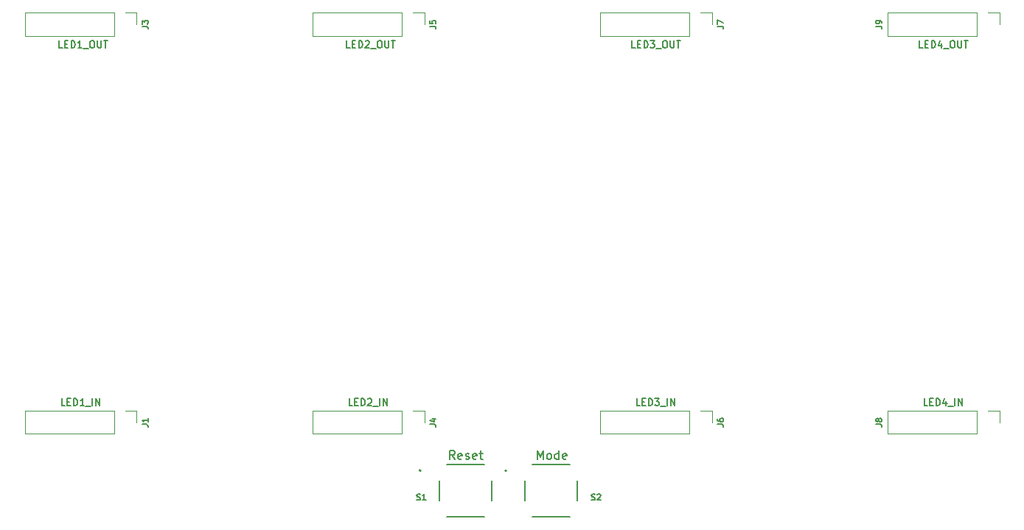
<source format=gto>
%TF.GenerationSoftware,KiCad,Pcbnew,(5.99.0-11177-g6c67dfa032)*%
%TF.CreationDate,2021-07-15T10:53:03+10:00*%
%TF.ProjectId,4x8x8 LED Matrix Clock,34783878-3820-44c4-9544-204d61747269,rev?*%
%TF.SameCoordinates,Original*%
%TF.FileFunction,Legend,Top*%
%TF.FilePolarity,Positive*%
%FSLAX46Y46*%
G04 Gerber Fmt 4.6, Leading zero omitted, Abs format (unit mm)*
G04 Created by KiCad (PCBNEW (5.99.0-11177-g6c67dfa032)) date 2021-07-15 10:53:03*
%MOMM*%
%LPD*%
G01*
G04 APERTURE LIST*
%ADD10C,0.150000*%
%ADD11C,0.127000*%
%ADD12C,0.200000*%
%ADD13C,0.120000*%
G04 APERTURE END LIST*
D10*
X136001333Y-102560380D02*
X136001333Y-101560380D01*
X136334666Y-102274666D01*
X136668000Y-101560380D01*
X136668000Y-102560380D01*
X137287047Y-102560380D02*
X137191809Y-102512761D01*
X137144190Y-102465142D01*
X137096571Y-102369904D01*
X137096571Y-102084190D01*
X137144190Y-101988952D01*
X137191809Y-101941333D01*
X137287047Y-101893714D01*
X137429904Y-101893714D01*
X137525142Y-101941333D01*
X137572761Y-101988952D01*
X137620380Y-102084190D01*
X137620380Y-102369904D01*
X137572761Y-102465142D01*
X137525142Y-102512761D01*
X137429904Y-102560380D01*
X137287047Y-102560380D01*
X138477523Y-102560380D02*
X138477523Y-101560380D01*
X138477523Y-102512761D02*
X138382285Y-102560380D01*
X138191809Y-102560380D01*
X138096571Y-102512761D01*
X138048952Y-102465142D01*
X138001333Y-102369904D01*
X138001333Y-102084190D01*
X138048952Y-101988952D01*
X138096571Y-101941333D01*
X138191809Y-101893714D01*
X138382285Y-101893714D01*
X138477523Y-101941333D01*
X139334666Y-102512761D02*
X139239428Y-102560380D01*
X139048952Y-102560380D01*
X138953714Y-102512761D01*
X138906095Y-102417523D01*
X138906095Y-102036571D01*
X138953714Y-101941333D01*
X139048952Y-101893714D01*
X139239428Y-101893714D01*
X139334666Y-101941333D01*
X139382285Y-102036571D01*
X139382285Y-102131809D01*
X138906095Y-102227047D01*
X126523904Y-102560380D02*
X126190571Y-102084190D01*
X125952476Y-102560380D02*
X125952476Y-101560380D01*
X126333428Y-101560380D01*
X126428666Y-101608000D01*
X126476285Y-101655619D01*
X126523904Y-101750857D01*
X126523904Y-101893714D01*
X126476285Y-101988952D01*
X126428666Y-102036571D01*
X126333428Y-102084190D01*
X125952476Y-102084190D01*
X127333428Y-102512761D02*
X127238190Y-102560380D01*
X127047714Y-102560380D01*
X126952476Y-102512761D01*
X126904857Y-102417523D01*
X126904857Y-102036571D01*
X126952476Y-101941333D01*
X127047714Y-101893714D01*
X127238190Y-101893714D01*
X127333428Y-101941333D01*
X127381047Y-102036571D01*
X127381047Y-102131809D01*
X126904857Y-102227047D01*
X127762000Y-102512761D02*
X127857238Y-102560380D01*
X128047714Y-102560380D01*
X128142952Y-102512761D01*
X128190571Y-102417523D01*
X128190571Y-102369904D01*
X128142952Y-102274666D01*
X128047714Y-102227047D01*
X127904857Y-102227047D01*
X127809619Y-102179428D01*
X127762000Y-102084190D01*
X127762000Y-102036571D01*
X127809619Y-101941333D01*
X127904857Y-101893714D01*
X128047714Y-101893714D01*
X128142952Y-101941333D01*
X129000095Y-102512761D02*
X128904857Y-102560380D01*
X128714380Y-102560380D01*
X128619142Y-102512761D01*
X128571523Y-102417523D01*
X128571523Y-102036571D01*
X128619142Y-101941333D01*
X128714380Y-101893714D01*
X128904857Y-101893714D01*
X129000095Y-101941333D01*
X129047714Y-102036571D01*
X129047714Y-102131809D01*
X128571523Y-102227047D01*
X129333428Y-101893714D02*
X129714380Y-101893714D01*
X129476285Y-101560380D02*
X129476285Y-102417523D01*
X129523904Y-102512761D01*
X129619142Y-102560380D01*
X129714380Y-102560380D01*
%TO.C,S2*%
X142214666Y-107217333D02*
X142314666Y-107250666D01*
X142481333Y-107250666D01*
X142548000Y-107217333D01*
X142581333Y-107184000D01*
X142614666Y-107117333D01*
X142614666Y-107050666D01*
X142581333Y-106984000D01*
X142548000Y-106950666D01*
X142481333Y-106917333D01*
X142348000Y-106884000D01*
X142281333Y-106850666D01*
X142248000Y-106817333D01*
X142214666Y-106750666D01*
X142214666Y-106684000D01*
X142248000Y-106617333D01*
X142281333Y-106584000D01*
X142348000Y-106550666D01*
X142514666Y-106550666D01*
X142614666Y-106584000D01*
X142881333Y-106617333D02*
X142914666Y-106584000D01*
X142981333Y-106550666D01*
X143148000Y-106550666D01*
X143214666Y-106584000D01*
X143248000Y-106617333D01*
X143281333Y-106684000D01*
X143281333Y-106750666D01*
X143248000Y-106850666D01*
X142848000Y-107250666D01*
X143281333Y-107250666D01*
%TO.C,S1*%
X122148666Y-107217333D02*
X122248666Y-107250666D01*
X122415333Y-107250666D01*
X122482000Y-107217333D01*
X122515333Y-107184000D01*
X122548666Y-107117333D01*
X122548666Y-107050666D01*
X122515333Y-106984000D01*
X122482000Y-106950666D01*
X122415333Y-106917333D01*
X122282000Y-106884000D01*
X122215333Y-106850666D01*
X122182000Y-106817333D01*
X122148666Y-106750666D01*
X122148666Y-106684000D01*
X122182000Y-106617333D01*
X122215333Y-106584000D01*
X122282000Y-106550666D01*
X122448666Y-106550666D01*
X122548666Y-106584000D01*
X123215333Y-107250666D02*
X122815333Y-107250666D01*
X123015333Y-107250666D02*
X123015333Y-106550666D01*
X122948666Y-106650666D01*
X122882000Y-106717333D01*
X122815333Y-106750666D01*
%TO.C,J9*%
X174876666Y-52760533D02*
X175376666Y-52760533D01*
X175476666Y-52793866D01*
X175543333Y-52860533D01*
X175576666Y-52960533D01*
X175576666Y-53027200D01*
X175576666Y-52393866D02*
X175576666Y-52260533D01*
X175543333Y-52193866D01*
X175510000Y-52160533D01*
X175410000Y-52093866D01*
X175276666Y-52060533D01*
X175010000Y-52060533D01*
X174943333Y-52093866D01*
X174910000Y-52127200D01*
X174876666Y-52193866D01*
X174876666Y-52327200D01*
X174910000Y-52393866D01*
X174943333Y-52427200D01*
X175010000Y-52460533D01*
X175176666Y-52460533D01*
X175243333Y-52427200D01*
X175276666Y-52393866D01*
X175310000Y-52327200D01*
X175310000Y-52193866D01*
X175276666Y-52127200D01*
X175243333Y-52093866D01*
X175176666Y-52060533D01*
X180283142Y-55225904D02*
X179902190Y-55225904D01*
X179902190Y-54425904D01*
X180549809Y-54806857D02*
X180816476Y-54806857D01*
X180930761Y-55225904D02*
X180549809Y-55225904D01*
X180549809Y-54425904D01*
X180930761Y-54425904D01*
X181273619Y-55225904D02*
X181273619Y-54425904D01*
X181464095Y-54425904D01*
X181578380Y-54464000D01*
X181654571Y-54540190D01*
X181692666Y-54616380D01*
X181730761Y-54768761D01*
X181730761Y-54883047D01*
X181692666Y-55035428D01*
X181654571Y-55111619D01*
X181578380Y-55187809D01*
X181464095Y-55225904D01*
X181273619Y-55225904D01*
X182416476Y-54692571D02*
X182416476Y-55225904D01*
X182226000Y-54387809D02*
X182035523Y-54959238D01*
X182530761Y-54959238D01*
X182645047Y-55302095D02*
X183254571Y-55302095D01*
X183597428Y-54425904D02*
X183749809Y-54425904D01*
X183826000Y-54464000D01*
X183902190Y-54540190D01*
X183940285Y-54692571D01*
X183940285Y-54959238D01*
X183902190Y-55111619D01*
X183826000Y-55187809D01*
X183749809Y-55225904D01*
X183597428Y-55225904D01*
X183521238Y-55187809D01*
X183445047Y-55111619D01*
X183406952Y-54959238D01*
X183406952Y-54692571D01*
X183445047Y-54540190D01*
X183521238Y-54464000D01*
X183597428Y-54425904D01*
X184283142Y-54425904D02*
X184283142Y-55073523D01*
X184321238Y-55149714D01*
X184359333Y-55187809D01*
X184435523Y-55225904D01*
X184587904Y-55225904D01*
X184664095Y-55187809D01*
X184702190Y-55149714D01*
X184740285Y-55073523D01*
X184740285Y-54425904D01*
X185006952Y-54425904D02*
X185464095Y-54425904D01*
X185235523Y-55225904D02*
X185235523Y-54425904D01*
%TO.C,J8*%
X174876666Y-98531333D02*
X175376666Y-98531333D01*
X175476666Y-98564666D01*
X175543333Y-98631333D01*
X175576666Y-98731333D01*
X175576666Y-98798000D01*
X175176666Y-98098000D02*
X175143333Y-98164666D01*
X175110000Y-98198000D01*
X175043333Y-98231333D01*
X175010000Y-98231333D01*
X174943333Y-98198000D01*
X174910000Y-98164666D01*
X174876666Y-98098000D01*
X174876666Y-97964666D01*
X174910000Y-97898000D01*
X174943333Y-97864666D01*
X175010000Y-97831333D01*
X175043333Y-97831333D01*
X175110000Y-97864666D01*
X175143333Y-97898000D01*
X175176666Y-97964666D01*
X175176666Y-98098000D01*
X175210000Y-98164666D01*
X175243333Y-98198000D01*
X175310000Y-98231333D01*
X175443333Y-98231333D01*
X175510000Y-98198000D01*
X175543333Y-98164666D01*
X175576666Y-98098000D01*
X175576666Y-97964666D01*
X175543333Y-97898000D01*
X175510000Y-97864666D01*
X175443333Y-97831333D01*
X175310000Y-97831333D01*
X175243333Y-97864666D01*
X175210000Y-97898000D01*
X175176666Y-97964666D01*
X180816476Y-96373904D02*
X180435523Y-96373904D01*
X180435523Y-95573904D01*
X181083142Y-95954857D02*
X181349809Y-95954857D01*
X181464095Y-96373904D02*
X181083142Y-96373904D01*
X181083142Y-95573904D01*
X181464095Y-95573904D01*
X181806952Y-96373904D02*
X181806952Y-95573904D01*
X181997428Y-95573904D01*
X182111714Y-95612000D01*
X182187904Y-95688190D01*
X182226000Y-95764380D01*
X182264095Y-95916761D01*
X182264095Y-96031047D01*
X182226000Y-96183428D01*
X182187904Y-96259619D01*
X182111714Y-96335809D01*
X181997428Y-96373904D01*
X181806952Y-96373904D01*
X182949809Y-95840571D02*
X182949809Y-96373904D01*
X182759333Y-95535809D02*
X182568857Y-96107238D01*
X183064095Y-96107238D01*
X183178380Y-96450095D02*
X183787904Y-96450095D01*
X183978380Y-96373904D02*
X183978380Y-95573904D01*
X184359333Y-96373904D02*
X184359333Y-95573904D01*
X184816476Y-96373904D01*
X184816476Y-95573904D01*
%TO.C,J7*%
X156683466Y-52760533D02*
X157183466Y-52760533D01*
X157283466Y-52793866D01*
X157350133Y-52860533D01*
X157383466Y-52960533D01*
X157383466Y-53027200D01*
X156683466Y-52493866D02*
X156683466Y-52027200D01*
X157383466Y-52327200D01*
X147263142Y-55225904D02*
X146882190Y-55225904D01*
X146882190Y-54425904D01*
X147529809Y-54806857D02*
X147796476Y-54806857D01*
X147910761Y-55225904D02*
X147529809Y-55225904D01*
X147529809Y-54425904D01*
X147910761Y-54425904D01*
X148253619Y-55225904D02*
X148253619Y-54425904D01*
X148444095Y-54425904D01*
X148558380Y-54464000D01*
X148634571Y-54540190D01*
X148672666Y-54616380D01*
X148710761Y-54768761D01*
X148710761Y-54883047D01*
X148672666Y-55035428D01*
X148634571Y-55111619D01*
X148558380Y-55187809D01*
X148444095Y-55225904D01*
X148253619Y-55225904D01*
X148977428Y-54425904D02*
X149472666Y-54425904D01*
X149206000Y-54730666D01*
X149320285Y-54730666D01*
X149396476Y-54768761D01*
X149434571Y-54806857D01*
X149472666Y-54883047D01*
X149472666Y-55073523D01*
X149434571Y-55149714D01*
X149396476Y-55187809D01*
X149320285Y-55225904D01*
X149091714Y-55225904D01*
X149015523Y-55187809D01*
X148977428Y-55149714D01*
X149625047Y-55302095D02*
X150234571Y-55302095D01*
X150577428Y-54425904D02*
X150729809Y-54425904D01*
X150806000Y-54464000D01*
X150882190Y-54540190D01*
X150920285Y-54692571D01*
X150920285Y-54959238D01*
X150882190Y-55111619D01*
X150806000Y-55187809D01*
X150729809Y-55225904D01*
X150577428Y-55225904D01*
X150501238Y-55187809D01*
X150425047Y-55111619D01*
X150386952Y-54959238D01*
X150386952Y-54692571D01*
X150425047Y-54540190D01*
X150501238Y-54464000D01*
X150577428Y-54425904D01*
X151263142Y-54425904D02*
X151263142Y-55073523D01*
X151301238Y-55149714D01*
X151339333Y-55187809D01*
X151415523Y-55225904D01*
X151567904Y-55225904D01*
X151644095Y-55187809D01*
X151682190Y-55149714D01*
X151720285Y-55073523D01*
X151720285Y-54425904D01*
X151986952Y-54425904D02*
X152444095Y-54425904D01*
X152215523Y-55225904D02*
X152215523Y-54425904D01*
%TO.C,J6*%
X156683466Y-98531333D02*
X157183466Y-98531333D01*
X157283466Y-98564666D01*
X157350133Y-98631333D01*
X157383466Y-98731333D01*
X157383466Y-98798000D01*
X156683466Y-97898000D02*
X156683466Y-98031333D01*
X156716800Y-98098000D01*
X156750133Y-98131333D01*
X156850133Y-98198000D01*
X156983466Y-98231333D01*
X157250133Y-98231333D01*
X157316800Y-98198000D01*
X157350133Y-98164666D01*
X157383466Y-98098000D01*
X157383466Y-97964666D01*
X157350133Y-97898000D01*
X157316800Y-97864666D01*
X157250133Y-97831333D01*
X157083466Y-97831333D01*
X157016800Y-97864666D01*
X156983466Y-97898000D01*
X156950133Y-97964666D01*
X156950133Y-98098000D01*
X156983466Y-98164666D01*
X157016800Y-98198000D01*
X157083466Y-98231333D01*
X147796476Y-96373904D02*
X147415523Y-96373904D01*
X147415523Y-95573904D01*
X148063142Y-95954857D02*
X148329809Y-95954857D01*
X148444095Y-96373904D02*
X148063142Y-96373904D01*
X148063142Y-95573904D01*
X148444095Y-95573904D01*
X148786952Y-96373904D02*
X148786952Y-95573904D01*
X148977428Y-95573904D01*
X149091714Y-95612000D01*
X149167904Y-95688190D01*
X149206000Y-95764380D01*
X149244095Y-95916761D01*
X149244095Y-96031047D01*
X149206000Y-96183428D01*
X149167904Y-96259619D01*
X149091714Y-96335809D01*
X148977428Y-96373904D01*
X148786952Y-96373904D01*
X149510761Y-95573904D02*
X150006000Y-95573904D01*
X149739333Y-95878666D01*
X149853619Y-95878666D01*
X149929809Y-95916761D01*
X149967904Y-95954857D01*
X150006000Y-96031047D01*
X150006000Y-96221523D01*
X149967904Y-96297714D01*
X149929809Y-96335809D01*
X149853619Y-96373904D01*
X149625047Y-96373904D01*
X149548857Y-96335809D01*
X149510761Y-96297714D01*
X150158380Y-96450095D02*
X150767904Y-96450095D01*
X150958380Y-96373904D02*
X150958380Y-95573904D01*
X151339333Y-96373904D02*
X151339333Y-95573904D01*
X151796476Y-96373904D01*
X151796476Y-95573904D01*
%TO.C,J5*%
X123663466Y-52760533D02*
X124163466Y-52760533D01*
X124263466Y-52793866D01*
X124330133Y-52860533D01*
X124363466Y-52960533D01*
X124363466Y-53027200D01*
X123663466Y-52093866D02*
X123663466Y-52427200D01*
X123996800Y-52460533D01*
X123963466Y-52427200D01*
X123930133Y-52360533D01*
X123930133Y-52193866D01*
X123963466Y-52127200D01*
X123996800Y-52093866D01*
X124063466Y-52060533D01*
X124230133Y-52060533D01*
X124296800Y-52093866D01*
X124330133Y-52127200D01*
X124363466Y-52193866D01*
X124363466Y-52360533D01*
X124330133Y-52427200D01*
X124296800Y-52460533D01*
X114497142Y-55225904D02*
X114116190Y-55225904D01*
X114116190Y-54425904D01*
X114763809Y-54806857D02*
X115030476Y-54806857D01*
X115144761Y-55225904D02*
X114763809Y-55225904D01*
X114763809Y-54425904D01*
X115144761Y-54425904D01*
X115487619Y-55225904D02*
X115487619Y-54425904D01*
X115678095Y-54425904D01*
X115792380Y-54464000D01*
X115868571Y-54540190D01*
X115906666Y-54616380D01*
X115944761Y-54768761D01*
X115944761Y-54883047D01*
X115906666Y-55035428D01*
X115868571Y-55111619D01*
X115792380Y-55187809D01*
X115678095Y-55225904D01*
X115487619Y-55225904D01*
X116249523Y-54502095D02*
X116287619Y-54464000D01*
X116363809Y-54425904D01*
X116554285Y-54425904D01*
X116630476Y-54464000D01*
X116668571Y-54502095D01*
X116706666Y-54578285D01*
X116706666Y-54654476D01*
X116668571Y-54768761D01*
X116211428Y-55225904D01*
X116706666Y-55225904D01*
X116859047Y-55302095D02*
X117468571Y-55302095D01*
X117811428Y-54425904D02*
X117963809Y-54425904D01*
X118040000Y-54464000D01*
X118116190Y-54540190D01*
X118154285Y-54692571D01*
X118154285Y-54959238D01*
X118116190Y-55111619D01*
X118040000Y-55187809D01*
X117963809Y-55225904D01*
X117811428Y-55225904D01*
X117735238Y-55187809D01*
X117659047Y-55111619D01*
X117620952Y-54959238D01*
X117620952Y-54692571D01*
X117659047Y-54540190D01*
X117735238Y-54464000D01*
X117811428Y-54425904D01*
X118497142Y-54425904D02*
X118497142Y-55073523D01*
X118535238Y-55149714D01*
X118573333Y-55187809D01*
X118649523Y-55225904D01*
X118801904Y-55225904D01*
X118878095Y-55187809D01*
X118916190Y-55149714D01*
X118954285Y-55073523D01*
X118954285Y-54425904D01*
X119220952Y-54425904D02*
X119678095Y-54425904D01*
X119449523Y-55225904D02*
X119449523Y-54425904D01*
%TO.C,J4*%
X123663466Y-98531333D02*
X124163466Y-98531333D01*
X124263466Y-98564666D01*
X124330133Y-98631333D01*
X124363466Y-98731333D01*
X124363466Y-98798000D01*
X123896800Y-97898000D02*
X124363466Y-97898000D01*
X123630133Y-98064666D02*
X124130133Y-98231333D01*
X124130133Y-97798000D01*
X114776476Y-96373904D02*
X114395523Y-96373904D01*
X114395523Y-95573904D01*
X115043142Y-95954857D02*
X115309809Y-95954857D01*
X115424095Y-96373904D02*
X115043142Y-96373904D01*
X115043142Y-95573904D01*
X115424095Y-95573904D01*
X115766952Y-96373904D02*
X115766952Y-95573904D01*
X115957428Y-95573904D01*
X116071714Y-95612000D01*
X116147904Y-95688190D01*
X116186000Y-95764380D01*
X116224095Y-95916761D01*
X116224095Y-96031047D01*
X116186000Y-96183428D01*
X116147904Y-96259619D01*
X116071714Y-96335809D01*
X115957428Y-96373904D01*
X115766952Y-96373904D01*
X116528857Y-95650095D02*
X116566952Y-95612000D01*
X116643142Y-95573904D01*
X116833619Y-95573904D01*
X116909809Y-95612000D01*
X116947904Y-95650095D01*
X116986000Y-95726285D01*
X116986000Y-95802476D01*
X116947904Y-95916761D01*
X116490761Y-96373904D01*
X116986000Y-96373904D01*
X117138380Y-96450095D02*
X117747904Y-96450095D01*
X117938380Y-96373904D02*
X117938380Y-95573904D01*
X118319333Y-96373904D02*
X118319333Y-95573904D01*
X118776476Y-96373904D01*
X118776476Y-95573904D01*
%TO.C,J3*%
X90592666Y-52760533D02*
X91092666Y-52760533D01*
X91192666Y-52793866D01*
X91259333Y-52860533D01*
X91292666Y-52960533D01*
X91292666Y-53027200D01*
X90592666Y-52493866D02*
X90592666Y-52060533D01*
X90859333Y-52293866D01*
X90859333Y-52193866D01*
X90892666Y-52127200D01*
X90926000Y-52093866D01*
X90992666Y-52060533D01*
X91159333Y-52060533D01*
X91226000Y-52093866D01*
X91259333Y-52127200D01*
X91292666Y-52193866D01*
X91292666Y-52393866D01*
X91259333Y-52460533D01*
X91226000Y-52493866D01*
X81477142Y-55225904D02*
X81096190Y-55225904D01*
X81096190Y-54425904D01*
X81743809Y-54806857D02*
X82010476Y-54806857D01*
X82124761Y-55225904D02*
X81743809Y-55225904D01*
X81743809Y-54425904D01*
X82124761Y-54425904D01*
X82467619Y-55225904D02*
X82467619Y-54425904D01*
X82658095Y-54425904D01*
X82772380Y-54464000D01*
X82848571Y-54540190D01*
X82886666Y-54616380D01*
X82924761Y-54768761D01*
X82924761Y-54883047D01*
X82886666Y-55035428D01*
X82848571Y-55111619D01*
X82772380Y-55187809D01*
X82658095Y-55225904D01*
X82467619Y-55225904D01*
X83686666Y-55225904D02*
X83229523Y-55225904D01*
X83458095Y-55225904D02*
X83458095Y-54425904D01*
X83381904Y-54540190D01*
X83305714Y-54616380D01*
X83229523Y-54654476D01*
X83839047Y-55302095D02*
X84448571Y-55302095D01*
X84791428Y-54425904D02*
X84943809Y-54425904D01*
X85020000Y-54464000D01*
X85096190Y-54540190D01*
X85134285Y-54692571D01*
X85134285Y-54959238D01*
X85096190Y-55111619D01*
X85020000Y-55187809D01*
X84943809Y-55225904D01*
X84791428Y-55225904D01*
X84715238Y-55187809D01*
X84639047Y-55111619D01*
X84600952Y-54959238D01*
X84600952Y-54692571D01*
X84639047Y-54540190D01*
X84715238Y-54464000D01*
X84791428Y-54425904D01*
X85477142Y-54425904D02*
X85477142Y-55073523D01*
X85515238Y-55149714D01*
X85553333Y-55187809D01*
X85629523Y-55225904D01*
X85781904Y-55225904D01*
X85858095Y-55187809D01*
X85896190Y-55149714D01*
X85934285Y-55073523D01*
X85934285Y-54425904D01*
X86200952Y-54425904D02*
X86658095Y-54425904D01*
X86429523Y-55225904D02*
X86429523Y-54425904D01*
%TO.C,J1*%
X90592666Y-98531333D02*
X91092666Y-98531333D01*
X91192666Y-98564666D01*
X91259333Y-98631333D01*
X91292666Y-98731333D01*
X91292666Y-98798000D01*
X91292666Y-97831333D02*
X91292666Y-98231333D01*
X91292666Y-98031333D02*
X90592666Y-98031333D01*
X90692666Y-98098000D01*
X90759333Y-98164666D01*
X90792666Y-98231333D01*
X81756476Y-96373904D02*
X81375523Y-96373904D01*
X81375523Y-95573904D01*
X82023142Y-95954857D02*
X82289809Y-95954857D01*
X82404095Y-96373904D02*
X82023142Y-96373904D01*
X82023142Y-95573904D01*
X82404095Y-95573904D01*
X82746952Y-96373904D02*
X82746952Y-95573904D01*
X82937428Y-95573904D01*
X83051714Y-95612000D01*
X83127904Y-95688190D01*
X83166000Y-95764380D01*
X83204095Y-95916761D01*
X83204095Y-96031047D01*
X83166000Y-96183428D01*
X83127904Y-96259619D01*
X83051714Y-96335809D01*
X82937428Y-96373904D01*
X82746952Y-96373904D01*
X83966000Y-96373904D02*
X83508857Y-96373904D01*
X83737428Y-96373904D02*
X83737428Y-95573904D01*
X83661238Y-95688190D01*
X83585047Y-95764380D01*
X83508857Y-95802476D01*
X84118380Y-96450095D02*
X84727904Y-96450095D01*
X84918380Y-96373904D02*
X84918380Y-95573904D01*
X85299333Y-96373904D02*
X85299333Y-95573904D01*
X85756476Y-96373904D01*
X85756476Y-95573904D01*
D11*
%TO.C,S2*%
X139778000Y-103172000D02*
X135438000Y-103172000D01*
D12*
X132478000Y-103860000D02*
G75*
G03*
X132478000Y-103860000I-100000J0D01*
G01*
D11*
X140608000Y-105002000D02*
X140608000Y-107342000D01*
X135438000Y-109172000D02*
X139778000Y-109172000D01*
X134608000Y-107342000D02*
X134608000Y-105002000D01*
%TO.C,S1*%
X129932000Y-103172000D02*
X125592000Y-103172000D01*
D12*
X122632000Y-103860000D02*
G75*
G03*
X122632000Y-103860000I-100000J0D01*
G01*
D11*
X130762000Y-105002000D02*
X130762000Y-107342000D01*
X125592000Y-109172000D02*
X129932000Y-109172000D01*
X124762000Y-107342000D02*
X124762000Y-105002000D01*
D13*
%TO.C,J9*%
X189086800Y-51197200D02*
X189086800Y-52527200D01*
X187756800Y-51197200D02*
X189086800Y-51197200D01*
X186486800Y-51197200D02*
X186486800Y-53857200D01*
X186486800Y-53857200D02*
X176266800Y-53857200D01*
X186486800Y-51197200D02*
X176266800Y-51197200D01*
X176266800Y-51197200D02*
X176266800Y-53857200D01*
%TO.C,J8*%
X189086800Y-96968000D02*
X189086800Y-98298000D01*
X187756800Y-96968000D02*
X189086800Y-96968000D01*
X186486800Y-96968000D02*
X186486800Y-99628000D01*
X186486800Y-99628000D02*
X176266800Y-99628000D01*
X186486800Y-96968000D02*
X176266800Y-96968000D01*
X176266800Y-96968000D02*
X176266800Y-99628000D01*
%TO.C,J7*%
X156066800Y-51197200D02*
X156066800Y-52527200D01*
X154736800Y-51197200D02*
X156066800Y-51197200D01*
X153466800Y-51197200D02*
X153466800Y-53857200D01*
X153466800Y-53857200D02*
X143246800Y-53857200D01*
X153466800Y-51197200D02*
X143246800Y-51197200D01*
X143246800Y-51197200D02*
X143246800Y-53857200D01*
%TO.C,J6*%
X143246800Y-96968000D02*
X143246800Y-99628000D01*
X153466800Y-96968000D02*
X143246800Y-96968000D01*
X153466800Y-99628000D02*
X143246800Y-99628000D01*
X153466800Y-96968000D02*
X153466800Y-99628000D01*
X154736800Y-96968000D02*
X156066800Y-96968000D01*
X156066800Y-96968000D02*
X156066800Y-98298000D01*
%TO.C,J5*%
X110226800Y-51197200D02*
X110226800Y-53857200D01*
X120446800Y-51197200D02*
X110226800Y-51197200D01*
X120446800Y-53857200D02*
X110226800Y-53857200D01*
X120446800Y-51197200D02*
X120446800Y-53857200D01*
X121716800Y-51197200D02*
X123046800Y-51197200D01*
X123046800Y-51197200D02*
X123046800Y-52527200D01*
%TO.C,J4*%
X110226800Y-96968000D02*
X110226800Y-99628000D01*
X120446800Y-96968000D02*
X110226800Y-96968000D01*
X120446800Y-99628000D02*
X110226800Y-99628000D01*
X120446800Y-96968000D02*
X120446800Y-99628000D01*
X121716800Y-96968000D02*
X123046800Y-96968000D01*
X123046800Y-96968000D02*
X123046800Y-98298000D01*
%TO.C,J3*%
X89976000Y-51197200D02*
X89976000Y-52527200D01*
X88646000Y-51197200D02*
X89976000Y-51197200D01*
X87376000Y-51197200D02*
X87376000Y-53857200D01*
X87376000Y-53857200D02*
X77156000Y-53857200D01*
X87376000Y-51197200D02*
X77156000Y-51197200D01*
X77156000Y-51197200D02*
X77156000Y-53857200D01*
%TO.C,J1*%
X77156000Y-96968000D02*
X77156000Y-99628000D01*
X87376000Y-96968000D02*
X77156000Y-96968000D01*
X87376000Y-99628000D02*
X77156000Y-99628000D01*
X87376000Y-96968000D02*
X87376000Y-99628000D01*
X88646000Y-96968000D02*
X89976000Y-96968000D01*
X89976000Y-96968000D02*
X89976000Y-98298000D01*
%TD*%
M02*

</source>
